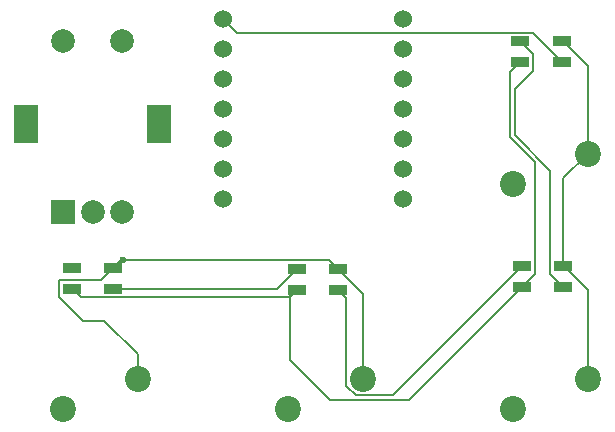
<source format=gbr>
%TF.GenerationSoftware,KiCad,Pcbnew,9.0.7*%
%TF.CreationDate,2026-02-07T20:23:59-06:00*%
%TF.ProjectId,Modded_Hackpad_Final,4d6f6464-6564-45f4-9861-636b7061645f,rev?*%
%TF.SameCoordinates,Original*%
%TF.FileFunction,Copper,L2,Bot*%
%TF.FilePolarity,Positive*%
%FSLAX46Y46*%
G04 Gerber Fmt 4.6, Leading zero omitted, Abs format (unit mm)*
G04 Created by KiCad (PCBNEW 9.0.7) date 2026-02-07 20:23:59*
%MOMM*%
%LPD*%
G01*
G04 APERTURE LIST*
%TA.AperFunction,ComponentPad*%
%ADD10C,2.200000*%
%TD*%
%TA.AperFunction,ComponentPad*%
%ADD11C,1.524000*%
%TD*%
%TA.AperFunction,ComponentPad*%
%ADD12R,2.000000X2.000000*%
%TD*%
%TA.AperFunction,ComponentPad*%
%ADD13C,2.000000*%
%TD*%
%TA.AperFunction,ComponentPad*%
%ADD14R,2.000000X3.200000*%
%TD*%
%TA.AperFunction,SMDPad,CuDef*%
%ADD15R,1.600000X0.850000*%
%TD*%
%TA.AperFunction,ViaPad*%
%ADD16C,0.600000*%
%TD*%
%TA.AperFunction,Conductor*%
%ADD17C,0.200000*%
%TD*%
G04 APERTURE END LIST*
D10*
%TO.P,SW4,1,1*%
%TO.N,Net-(U1-GPIO6{slash}SDA)*%
X64135000Y-93345000D03*
%TO.P,SW4,2,2*%
%TO.N,GND*%
X70485000Y-90805000D03*
%TD*%
%TO.P,SW2,1,1*%
%TO.N,Net-(U1-GPIO28{slash}ADC2{slash}A2)*%
X102235000Y-93345000D03*
%TO.P,SW2,2,2*%
%TO.N,GND*%
X108585000Y-90805000D03*
%TD*%
%TO.P,SW1,1,1*%
%TO.N,Net-(U1-GPIO27{slash}ADC1{slash}A1)*%
X102235000Y-74295000D03*
%TO.P,SW1,2,2*%
%TO.N,GND*%
X108585000Y-71755000D03*
%TD*%
D11*
%TO.P,U1,1,GPIO26/ADC0/A0*%
%TO.N,Net-(D1-DIN)*%
X77724000Y-60325000D03*
%TO.P,U1,2,GPIO27/ADC1/A1*%
%TO.N,Net-(U1-GPIO27{slash}ADC1{slash}A1)*%
X77724000Y-62865000D03*
%TO.P,U1,3,GPIO28/ADC2/A2*%
%TO.N,Net-(U1-GPIO28{slash}ADC2{slash}A2)*%
X77724000Y-65405000D03*
%TO.P,U1,4,GPIO29/ADC3/A3*%
%TO.N,Net-(U1-GPIO29{slash}ADC3{slash}A3)*%
X77724000Y-67945000D03*
%TO.P,U1,5,GPIO6/SDA*%
%TO.N,Net-(U1-GPIO6{slash}SDA)*%
X77724000Y-70485000D03*
%TO.P,U1,6,GPIO7/SCL*%
%TO.N,Net-(U1-GPIO7{slash}SCL)*%
X77724000Y-73025000D03*
%TO.P,U1,7,GPIO0/TX*%
%TO.N,Net-(U1-GPIO0{slash}TX)*%
X77724000Y-75565000D03*
%TO.P,U1,8,GPIO1/RX*%
%TO.N,unconnected-(U1-GPIO1{slash}RX-Pad8)*%
X92964000Y-75565000D03*
%TO.P,U1,9,GPIO2/SCK*%
%TO.N,unconnected-(U1-GPIO2{slash}SCK-Pad9)*%
X92964000Y-73025000D03*
%TO.P,U1,10,GPIO4/MISO*%
%TO.N,Net-(U1-GPIO4{slash}MISO)*%
X92964000Y-70485000D03*
%TO.P,U1,11,GPIO3/MOSI*%
%TO.N,Net-(U1-GPIO3{slash}MOSI)*%
X92964000Y-67945000D03*
%TO.P,U1,12,3V3*%
%TO.N,unconnected-(U1-3V3-Pad12)*%
X92964000Y-65405000D03*
%TO.P,U1,13,GND*%
%TO.N,unconnected-(U1-GND-Pad13)*%
X92964000Y-62865000D03*
%TO.P,U1,14,VBUS*%
%TO.N,unconnected-(U1-VBUS-Pad14)*%
X92964000Y-60325000D03*
%TD*%
D12*
%TO.P,SW12,A,A*%
%TO.N,Net-(U1-GPIO3{slash}MOSI)*%
X64175000Y-76719000D03*
D13*
%TO.P,SW12,B,B*%
%TO.N,Net-(U1-GPIO4{slash}MISO)*%
X69175000Y-76719000D03*
%TO.P,SW12,C,C*%
%TO.N,GND*%
X66675000Y-76719000D03*
D14*
%TO.P,SW12,MP*%
%TO.N,N/C*%
X61075000Y-69219000D03*
X72275000Y-69219000D03*
D13*
%TO.P,SW12,S1,S1*%
%TO.N,Net-(U1-GPIO7{slash}SCL)*%
X69175000Y-62219000D03*
%TO.P,SW12,S2,S2*%
%TO.N,Net-(U1-GPIO0{slash}TX)*%
X64175000Y-62219000D03*
%TD*%
D10*
%TO.P,SW3,1,1*%
%TO.N,Net-(U1-GPIO29{slash}ADC3{slash}A3)*%
X83185000Y-93345000D03*
%TO.P,SW3,2,2*%
%TO.N,GND*%
X89535000Y-90805000D03*
%TD*%
D15*
%TO.P,D1,1,VSS*%
%TO.N,GND*%
X106398000Y-62244000D03*
%TO.P,D1,2,DIN*%
%TO.N,Net-(D1-DIN)*%
X106398000Y-63994000D03*
%TO.P,D1,3,VDD*%
%TO.N,+5V*%
X102898000Y-63994000D03*
%TO.P,D1,4,DOUT*%
%TO.N,Net-(D1-DOUT)*%
X102898000Y-62244000D03*
%TD*%
%TO.P,D2,1,VSS*%
%TO.N,GND*%
X106525000Y-81294000D03*
%TO.P,D2,2,DIN*%
%TO.N,Net-(D1-DOUT)*%
X106525000Y-83044000D03*
%TO.P,D2,3,VDD*%
%TO.N,+5V*%
X103025000Y-83044000D03*
%TO.P,D2,4,DOUT*%
%TO.N,Net-(D2-DOUT)*%
X103025000Y-81294000D03*
%TD*%
%TO.P,D4,1,VSS*%
%TO.N,GND*%
X68425000Y-81421000D03*
%TO.P,D4,2,DIN*%
%TO.N,Net-(D3-DOUT)*%
X68425000Y-83171000D03*
%TO.P,D4,3,VDD*%
%TO.N,+5V*%
X64925000Y-83171000D03*
%TO.P,D4,4,DOUT*%
%TO.N,unconnected-(D4-DOUT-Pad4)*%
X64925000Y-81421000D03*
%TD*%
%TO.P,D3,1,VSS*%
%TO.N,GND*%
X87447000Y-81534000D03*
%TO.P,D3,2,DIN*%
%TO.N,Net-(D2-DOUT)*%
X87447000Y-83284000D03*
%TO.P,D3,3,VDD*%
%TO.N,+5V*%
X83947000Y-83284000D03*
%TO.P,D3,4,DOUT*%
%TO.N,Net-(D3-DOUT)*%
X83947000Y-81534000D03*
%TD*%
D16*
%TO.N,GND*%
X69215000Y-80796000D03*
%TD*%
D17*
%TO.N,Net-(D1-DIN)*%
X106398000Y-63994000D02*
X103922000Y-61518000D01*
X103922000Y-61518000D02*
X78917000Y-61518000D01*
X78917000Y-61518000D02*
X77724000Y-60325000D01*
%TO.N,GND*%
X87447000Y-81534000D02*
X89535000Y-83622000D01*
X89535000Y-83622000D02*
X89535000Y-90805000D01*
X68425000Y-81421000D02*
X67401000Y-82445000D01*
X69215000Y-80796000D02*
X86709000Y-80796000D01*
X65841000Y-85914000D02*
X67648816Y-85914000D01*
X108585000Y-71755000D02*
X108585000Y-64354000D01*
X70485000Y-88750184D02*
X70485000Y-90805000D01*
X67648816Y-85914000D02*
X70485000Y-88750184D01*
X108585000Y-90805000D02*
X108585000Y-83277000D01*
X67401000Y-82445000D02*
X63824000Y-82445000D01*
X108585000Y-64354000D02*
X106475000Y-62244000D01*
X63824000Y-83897000D02*
X65841000Y-85914000D01*
X106602000Y-81294000D02*
X106525000Y-81294000D01*
X108585000Y-83277000D02*
X106602000Y-81294000D01*
X106525000Y-81294000D02*
X106525000Y-73815000D01*
X63824000Y-82445000D02*
X63824000Y-83897000D01*
X106475000Y-62244000D02*
X106398000Y-62244000D01*
X106525000Y-73815000D02*
X108585000Y-71755000D01*
X86709000Y-80796000D02*
X87447000Y-81534000D01*
X69050000Y-80796000D02*
X69215000Y-80796000D01*
X68425000Y-81421000D02*
X69050000Y-80796000D01*
%TO.N,Net-(D1-DOUT)*%
X103999000Y-64720000D02*
X103999000Y-63345000D01*
X102424000Y-70188816D02*
X102424000Y-66295000D01*
X103999000Y-63345000D02*
X102898000Y-62244000D01*
X105424000Y-73188816D02*
X102424000Y-70188816D01*
X105424000Y-81943000D02*
X105424000Y-73188816D01*
X102424000Y-66295000D02*
X103999000Y-64720000D01*
X106525000Y-83044000D02*
X105424000Y-81943000D01*
%TO.N,+5V*%
X102023000Y-64869000D02*
X102898000Y-63994000D01*
X83947000Y-83284000D02*
X83334000Y-83897000D01*
X86742184Y-92607000D02*
X83374000Y-89238816D01*
X65651000Y-83897000D02*
X64925000Y-83171000D01*
X103025000Y-83044000D02*
X104140000Y-81929000D01*
X102023000Y-70354916D02*
X102023000Y-64869000D01*
X104140000Y-81929000D02*
X104140000Y-72471916D01*
X83374000Y-83857000D02*
X83947000Y-83284000D01*
X83374000Y-89238816D02*
X83374000Y-83857000D01*
X103025000Y-83044000D02*
X93462000Y-92607000D01*
X104140000Y-72471916D02*
X102023000Y-70354916D01*
X83334000Y-83897000D02*
X65651000Y-83897000D01*
X93462000Y-92607000D02*
X86742184Y-92607000D01*
%TO.N,Net-(D2-DOUT)*%
X92113000Y-92206000D02*
X103025000Y-81294000D01*
X88954686Y-92206000D02*
X92113000Y-92206000D01*
X88134000Y-83971000D02*
X88134000Y-91385314D01*
X87447000Y-83284000D02*
X88134000Y-83971000D01*
X88134000Y-91385314D02*
X88954686Y-92206000D01*
%TO.N,Net-(D3-DOUT)*%
X68425000Y-83171000D02*
X82310000Y-83171000D01*
X82310000Y-83171000D02*
X83947000Y-81534000D01*
%TD*%
M02*

</source>
